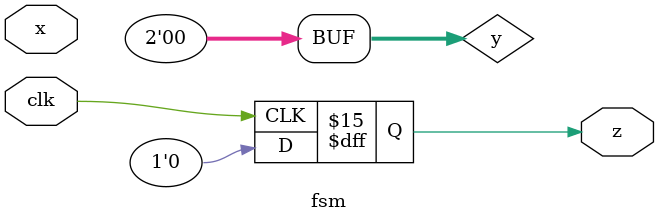
<source format=v>
module fsm(z,x,clk);
output reg z;
input x,clk;
//states as local parameters-constants
localparam s0=00,s1=01,s2=10,s3=11 ;
reg [1:0] y=s0;
reg [1:0] Y;
always @(posedge clk)
begin

case (y)
    s0:Y<=(x==1)?s1:s0; 
    s1:Y<=(x==1)?s2:s0;
    s2:Y<=(x==1)?s3:s0;
    s3:Y<=s0;
endcase
  z=y[1]&y[0]&x;
end
endmodule
</source>
